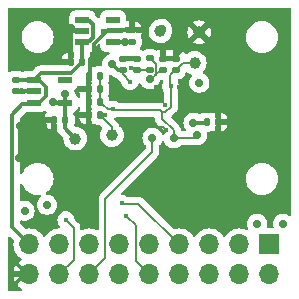
<source format=gbr>
%TF.GenerationSoftware,KiCad,Pcbnew,7.0.5*%
%TF.CreationDate,2024-03-10T15:58:08+09:00*%
%TF.ProjectId,camera_exp,63616d65-7261-45f6-9578-702e6b696361,rev?*%
%TF.SameCoordinates,Original*%
%TF.FileFunction,Copper,L4,Bot*%
%TF.FilePolarity,Positive*%
%FSLAX46Y46*%
G04 Gerber Fmt 4.6, Leading zero omitted, Abs format (unit mm)*
G04 Created by KiCad (PCBNEW 7.0.5) date 2024-03-10 15:58:08*
%MOMM*%
%LPD*%
G01*
G04 APERTURE LIST*
G04 Aperture macros list*
%AMRoundRect*
0 Rectangle with rounded corners*
0 $1 Rounding radius*
0 $2 $3 $4 $5 $6 $7 $8 $9 X,Y pos of 4 corners*
0 Add a 4 corners polygon primitive as box body*
4,1,4,$2,$3,$4,$5,$6,$7,$8,$9,$2,$3,0*
0 Add four circle primitives for the rounded corners*
1,1,$1+$1,$2,$3*
1,1,$1+$1,$4,$5*
1,1,$1+$1,$6,$7*
1,1,$1+$1,$8,$9*
0 Add four rect primitives between the rounded corners*
20,1,$1+$1,$2,$3,$4,$5,0*
20,1,$1+$1,$4,$5,$6,$7,0*
20,1,$1+$1,$6,$7,$8,$9,0*
20,1,$1+$1,$8,$9,$2,$3,0*%
G04 Aperture macros list end*
%TA.AperFunction,SMDPad,CuDef*%
%ADD10C,1.000000*%
%TD*%
%TA.AperFunction,ComponentPad*%
%ADD11R,1.700000X1.700000*%
%TD*%
%TA.AperFunction,ComponentPad*%
%ADD12O,1.700000X1.700000*%
%TD*%
%TA.AperFunction,SMDPad,CuDef*%
%ADD13RoundRect,0.140000X0.140000X0.170000X-0.140000X0.170000X-0.140000X-0.170000X0.140000X-0.170000X0*%
%TD*%
%TA.AperFunction,SMDPad,CuDef*%
%ADD14RoundRect,0.135000X-0.185000X0.135000X-0.185000X-0.135000X0.185000X-0.135000X0.185000X0.135000X0*%
%TD*%
%TA.AperFunction,SMDPad,CuDef*%
%ADD15RoundRect,0.140000X-0.170000X0.140000X-0.170000X-0.140000X0.170000X-0.140000X0.170000X0.140000X0*%
%TD*%
%TA.AperFunction,SMDPad,CuDef*%
%ADD16R,1.200000X0.600000*%
%TD*%
%TA.AperFunction,SMDPad,CuDef*%
%ADD17RoundRect,0.140000X-0.140000X-0.170000X0.140000X-0.170000X0.140000X0.170000X-0.140000X0.170000X0*%
%TD*%
%TA.AperFunction,SMDPad,CuDef*%
%ADD18RoundRect,0.140000X0.170000X-0.140000X0.170000X0.140000X-0.170000X0.140000X-0.170000X-0.140000X0*%
%TD*%
%TA.AperFunction,ViaPad*%
%ADD19C,0.450000*%
%TD*%
%TA.AperFunction,ViaPad*%
%ADD20C,0.700000*%
%TD*%
%TA.AperFunction,Conductor*%
%ADD21C,0.200000*%
%TD*%
%TA.AperFunction,Conductor*%
%ADD22C,0.350000*%
%TD*%
%TA.AperFunction,Conductor*%
%ADD23C,0.150000*%
%TD*%
%TA.AperFunction,Conductor*%
%ADD24C,0.300000*%
%TD*%
G04 APERTURE END LIST*
D10*
%TO.P,TP5,1,1*%
%TO.N,/VR*%
X93400000Y-39500000D03*
%TD*%
%TO.P,TP4,1,1*%
%TO.N,+2V8*%
X86200000Y-48600000D03*
%TD*%
%TO.P,TP3,1,1*%
%TO.N,/DVDD*%
X96300000Y-42200000D03*
%TD*%
%TO.P,TP2,1,1*%
%TO.N,+1V8*%
X89300000Y-48300000D03*
%TD*%
%TO.P,TP1,1,1*%
%TO.N,GND*%
X96700000Y-39600000D03*
%TD*%
D11*
%TO.P,J1,1,Pin_1*%
%TO.N,/DVP_0*%
X102620000Y-57560000D03*
D12*
%TO.P,J1,2,Pin_2*%
%TO.N,/DVP_1*%
X102620000Y-60100000D03*
%TO.P,J1,3,Pin_3*%
%TO.N,/DVP_2*%
X100080000Y-57560000D03*
%TO.P,J1,4,Pin_4*%
%TO.N,/DVP_3*%
X100080000Y-60100000D03*
%TO.P,J1,5,Pin_5*%
%TO.N,/DVP_4*%
X97540000Y-57560000D03*
%TO.P,J1,6,Pin_6*%
%TO.N,/DVP_5*%
X97540000Y-60100000D03*
%TO.P,J1,7,Pin_7*%
%TO.N,/DVP_6*%
X95000000Y-57560000D03*
%TO.P,J1,8,Pin_8*%
%TO.N,/DVP_7*%
X95000000Y-60100000D03*
%TO.P,J1,9,Pin_9*%
%TO.N,/DVP_8*%
X92460000Y-57560000D03*
%TO.P,J1,10,Pin_10*%
%TO.N,/DVP_9*%
X92460000Y-60100000D03*
%TO.P,J1,11,Pin_11*%
%TO.N,/VSYNC*%
X89920000Y-57560000D03*
%TO.P,J1,12,Pin_12*%
%TO.N,/HREF*%
X89920000Y-60100000D03*
%TO.P,J1,13,Pin_13*%
%TO.N,/PCLK*%
X87380000Y-57560000D03*
%TO.P,J1,14,Pin_14*%
%TO.N,/EXCLK*%
X87380000Y-60100000D03*
%TO.P,J1,15,Pin_15*%
%TO.N,/SDA*%
X84840000Y-57560000D03*
%TO.P,J1,16,Pin_16*%
%TO.N,/SCL*%
X84840000Y-60100000D03*
%TO.P,J1,17,Pin_17*%
%TO.N,+3V3*%
X82300000Y-57560000D03*
%TO.P,J1,18,Pin_18*%
%TO.N,GND*%
X82300000Y-60100000D03*
%TD*%
D13*
%TO.P,C11,1*%
%TO.N,/DVDD*%
X88280000Y-43300000D03*
%TO.P,C11,2*%
%TO.N,GND*%
X87320000Y-43300000D03*
%TD*%
D14*
%TO.P,R1,1*%
%TO.N,+2V8*%
X92500000Y-41800000D03*
%TO.P,R1,2*%
%TO.N,/RSTB*%
X92500000Y-42820000D03*
%TD*%
D15*
%TO.P,C22,1*%
%TO.N,+3V3*%
X81200000Y-43620000D03*
%TO.P,C22,2*%
%TO.N,GND*%
X81200000Y-44580000D03*
%TD*%
D13*
%TO.P,C20,1*%
%TO.N,+3V3*%
X86780000Y-42100000D03*
%TO.P,C20,2*%
%TO.N,GND*%
X85820000Y-42100000D03*
%TD*%
D16*
%TO.P,IC1,1,VIN*%
%TO.N,+3V3*%
X82700000Y-45550000D03*
%TO.P,IC1,2,VSS*%
%TO.N,GND*%
X82700000Y-44600000D03*
%TO.P,IC1,3,CE*%
%TO.N,+3V3*%
X82700000Y-43650000D03*
%TO.P,IC1,4,NC*%
%TO.N,unconnected-(IC1-NC-Pad4)*%
X85300000Y-43650000D03*
%TO.P,IC1,5,VOUT*%
%TO.N,+2V8*%
X85300000Y-45550000D03*
%TD*%
D13*
%TO.P,C21,1*%
%TO.N,+2V8*%
X85360000Y-47000000D03*
%TO.P,C21,2*%
%TO.N,GND*%
X84400000Y-47000000D03*
%TD*%
D16*
%TO.P,IC2,1,VIN*%
%TO.N,+3V3*%
X86800000Y-40450000D03*
%TO.P,IC2,2,VSS*%
%TO.N,GND*%
X86800000Y-39500000D03*
%TO.P,IC2,3,CE*%
%TO.N,+3V3*%
X86800000Y-38550000D03*
%TO.P,IC2,4,NC*%
%TO.N,unconnected-(IC2-NC-Pad4)*%
X89400000Y-38550000D03*
%TO.P,IC2,5,VOUT*%
%TO.N,+1V8*%
X89400000Y-40450000D03*
%TD*%
D17*
%TO.P,C15,1*%
%TO.N,+2V8*%
X97320000Y-47200000D03*
%TO.P,C15,2*%
%TO.N,GND*%
X98280000Y-47200000D03*
%TD*%
D18*
%TO.P,C10,1*%
%TO.N,/DVDD*%
X94700000Y-42780000D03*
%TO.P,C10,2*%
%TO.N,GND*%
X94700000Y-41820000D03*
%TD*%
D13*
%TO.P,C9,2*%
%TO.N,GND*%
X87320000Y-45500000D03*
%TO.P,C9,1*%
%TO.N,/DVDD*%
X88280000Y-45500000D03*
%TD*%
D18*
%TO.P,C4,2*%
%TO.N,GND*%
X91400000Y-41840000D03*
%TO.P,C4,1*%
%TO.N,/RSTB*%
X91400000Y-42800000D03*
%TD*%
%TO.P,C17,1*%
%TO.N,+2V8*%
X90200000Y-42780000D03*
%TO.P,C17,2*%
%TO.N,GND*%
X90200000Y-41820000D03*
%TD*%
D13*
%TO.P,C6,1*%
%TO.N,+1V8*%
X88280000Y-46600000D03*
%TO.P,C6,2*%
%TO.N,GND*%
X87320000Y-46600000D03*
%TD*%
D18*
%TO.P,C23,2*%
%TO.N,GND*%
X91000000Y-39420000D03*
%TO.P,C23,1*%
%TO.N,+1V8*%
X91000000Y-40380000D03*
%TD*%
D13*
%TO.P,C12,1*%
%TO.N,/DVDD*%
X88280000Y-44400000D03*
%TO.P,C12,2*%
%TO.N,GND*%
X87320000Y-44400000D03*
%TD*%
D18*
%TO.P,C16,1*%
%TO.N,+2V8*%
X93650000Y-42780000D03*
%TO.P,C16,2*%
%TO.N,GND*%
X93650000Y-41820000D03*
%TD*%
D19*
%TO.N,GND*%
X87310000Y-46590000D03*
%TO.N,/SCL*%
X85410000Y-55480000D03*
%TO.N,/DVP_9*%
X90520000Y-55170000D03*
%TO.N,/DVP_6*%
X90170000Y-54090000D03*
%TO.N,+2V8*%
X90830000Y-43780000D03*
%TO.N,+1V8*%
X88700000Y-46590000D03*
%TO.N,/DVDD*%
X89370000Y-46110000D03*
%TO.N,GND*%
X91150000Y-48360000D03*
X93910000Y-47910000D03*
X93050000Y-44190000D03*
X95000000Y-44230000D03*
%TO.N,/DVDD*%
X94270000Y-44170000D03*
%TO.N,GND*%
X93750000Y-45720000D03*
%TO.N,/RSTB*%
X90921578Y-42602637D03*
D20*
%TO.N,/VR*%
X93500000Y-39300000D03*
%TO.N,+2V8*%
X103800000Y-55800000D03*
X101600000Y-55800000D03*
X81900000Y-54700000D03*
X83800000Y-54200000D03*
%TO.N,GND*%
X87800000Y-41500000D03*
X83500000Y-47500000D03*
X84201728Y-50798272D03*
X81434500Y-50200000D03*
X81500000Y-47500000D03*
X81000000Y-59000000D03*
X81000000Y-61000000D03*
X91000000Y-53000000D03*
X100080000Y-51490000D03*
X104000000Y-52000000D03*
X100000000Y-45000000D03*
X100000000Y-48000000D03*
X104000000Y-48000000D03*
X104000000Y-45000000D03*
X100000000Y-42000000D03*
X104000000Y-42000000D03*
X104000000Y-38000000D03*
X100000000Y-38000000D03*
X97000000Y-38000000D03*
X91000000Y-38000000D03*
X85000000Y-38000000D03*
X81000000Y-38000000D03*
X81000000Y-42000000D03*
%TO.N,+2V8*%
X89300000Y-42300000D03*
X96200000Y-47250000D03*
X84300000Y-45500000D03*
X85300000Y-44800000D03*
%TO.N,+1V8*%
X90400000Y-40450000D03*
X96700000Y-43870000D03*
%TO.N,GND*%
X85800000Y-39200000D03*
%TO.N,+2V8*%
X92511128Y-43570628D03*
%TO.N,/DVDD*%
X96500000Y-48330000D03*
X94520000Y-48570000D03*
%TO.N,/EXCLK*%
X92728200Y-48521800D03*
%TD*%
D21*
%TO.N,/DVDD*%
X93830000Y-46370000D02*
X93550000Y-46370000D01*
X94270000Y-45930000D02*
X93830000Y-46370000D01*
X94270000Y-44170000D02*
X94270000Y-45930000D01*
X89500000Y-46200000D02*
X89400000Y-46100000D01*
X93380000Y-46200000D02*
X89500000Y-46200000D01*
X89400000Y-46100000D02*
X89380000Y-46100000D01*
X89380000Y-46100000D02*
X89370000Y-46110000D01*
X93550000Y-46370000D02*
X93380000Y-46200000D01*
X93550000Y-46913603D02*
X93550000Y-46370000D01*
D22*
%TO.N,GND*%
X87310000Y-46590000D02*
X87320000Y-46600000D01*
D21*
%TO.N,/DVDD*%
X88100000Y-45410000D02*
X88280000Y-45400000D01*
D23*
%TO.N,/DVP_9*%
X91300000Y-55950000D02*
X91300000Y-58940000D01*
X91300000Y-58940000D02*
X92460000Y-60100000D01*
X90520000Y-55170000D02*
X91300000Y-55950000D01*
%TO.N,/DVP_6*%
X90180000Y-54100000D02*
X91540000Y-54100000D01*
X90170000Y-54090000D02*
X90180000Y-54100000D01*
X90160000Y-54100000D02*
X90170000Y-54090000D01*
D21*
%TO.N,+2V8*%
X90820000Y-43780000D02*
X90200000Y-43160000D01*
X90830000Y-43780000D02*
X90820000Y-43780000D01*
X90830000Y-43790000D02*
X90830000Y-43780000D01*
%TO.N,/DVDD*%
X89360000Y-46100000D02*
X88980000Y-46100000D01*
X89370000Y-46110000D02*
X89360000Y-46100000D01*
%TO.N,+1V8*%
X88700000Y-46600000D02*
X88280000Y-46600000D01*
%TO.N,/RSTB*%
X92500000Y-42820000D02*
X91420000Y-42820000D01*
X91420000Y-42820000D02*
X91400000Y-42800000D01*
X90921578Y-42602637D02*
X91202637Y-42602637D01*
X91202637Y-42602637D02*
X91400000Y-42800000D01*
%TO.N,+2V8*%
X90200000Y-43160000D02*
X90200000Y-42780000D01*
X90840000Y-43800000D02*
X90830000Y-43790000D01*
%TO.N,GND*%
X93700000Y-48100000D02*
X93600000Y-48100000D01*
X93900000Y-47900000D02*
X93700000Y-48100000D01*
X91900000Y-47600000D02*
X91150000Y-48350000D01*
X93900000Y-47900000D02*
X93600000Y-47600000D01*
X93600000Y-47600000D02*
X91900000Y-47600000D01*
D22*
X81434500Y-50200000D02*
X81475000Y-50159500D01*
X81475000Y-47525000D02*
X81500000Y-47500000D01*
X81475000Y-50159500D02*
X81475000Y-47525000D01*
D21*
%TO.N,+1V8*%
X89300000Y-48300000D02*
X89300000Y-47620000D01*
X89300000Y-47620000D02*
X88280000Y-46600000D01*
D22*
%TO.N,GND*%
X94700000Y-41600000D02*
X96700000Y-39600000D01*
X94700000Y-41820000D02*
X94700000Y-41600000D01*
X93650000Y-41820000D02*
X94700000Y-41820000D01*
X90220000Y-41840000D02*
X90200000Y-41820000D01*
X91400000Y-41840000D02*
X90220000Y-41840000D01*
X85820000Y-39530000D02*
X85850000Y-39500000D01*
X85820000Y-42100000D02*
X85820000Y-39530000D01*
X85850000Y-39500000D02*
X86800000Y-39500000D01*
X87400000Y-43620000D02*
X87400000Y-41900000D01*
X87320000Y-43700000D02*
X87400000Y-43620000D01*
X87400000Y-41900000D02*
X87800000Y-41500000D01*
X88980000Y-39420000D02*
X91000000Y-39420000D01*
X87800000Y-40600000D02*
X88980000Y-39420000D01*
X87800000Y-41300000D02*
X87800000Y-40600000D01*
X87800000Y-41300000D02*
X87800000Y-41500000D01*
X87320000Y-43700000D02*
X87310000Y-46590000D01*
X87320000Y-43300000D02*
X87320000Y-43700000D01*
X81220000Y-44600000D02*
X81200000Y-44580000D01*
X82700000Y-44600000D02*
X81220000Y-44600000D01*
X81900000Y-60100000D02*
X81000000Y-61000000D01*
X82300000Y-60100000D02*
X81900000Y-60100000D01*
X82300000Y-60100000D02*
X82100000Y-60100000D01*
X82100000Y-60100000D02*
X81000000Y-59000000D01*
%TO.N,+3V3*%
X82570000Y-45680000D02*
X82700000Y-45550000D01*
X81700000Y-45680000D02*
X82570000Y-45680000D01*
X80810000Y-46570000D02*
X81700000Y-45680000D01*
X80810000Y-56070000D02*
X80810000Y-46570000D01*
X82300000Y-57560000D02*
X80810000Y-56070000D01*
D23*
%TO.N,/EXCLK*%
X88750000Y-53700000D02*
X88750000Y-58730000D01*
X92728200Y-49721800D02*
X88750000Y-53700000D01*
X92728200Y-48521800D02*
X92728200Y-49721800D01*
X88750000Y-58730000D02*
X87380000Y-60100000D01*
D24*
%TO.N,+3V3*%
X83150000Y-45550000D02*
X82700000Y-45550000D01*
X83150000Y-43650000D02*
X83700000Y-44200000D01*
X83700000Y-45000000D02*
X83150000Y-45550000D01*
X82700000Y-43650000D02*
X83150000Y-43650000D01*
X83700000Y-44200000D02*
X83700000Y-45000000D01*
D22*
%TO.N,+2V8*%
X89780000Y-42780000D02*
X89300000Y-42300000D01*
X90200000Y-42780000D02*
X89780000Y-42780000D01*
X96200000Y-47250000D02*
X97270000Y-47250000D01*
X97270000Y-47250000D02*
X97320000Y-47200000D01*
X84350000Y-45550000D02*
X84300000Y-45500000D01*
X85300000Y-45550000D02*
X84350000Y-45550000D01*
X85300000Y-45550000D02*
X85300000Y-44800000D01*
%TO.N,+1V8*%
X89400000Y-40450000D02*
X90400000Y-40450000D01*
X90400000Y-40450000D02*
X90930000Y-40450000D01*
X90930000Y-40450000D02*
X91000000Y-40380000D01*
%TO.N,GND*%
X86100000Y-39500000D02*
X85800000Y-39200000D01*
X86800000Y-39500000D02*
X86100000Y-39500000D01*
%TO.N,+3V3*%
X87300000Y-38550000D02*
X86800000Y-38550000D01*
X87675000Y-38925000D02*
X87300000Y-38550000D01*
X87675000Y-40075000D02*
X87675000Y-38925000D01*
X87300000Y-40450000D02*
X87675000Y-40075000D01*
X86800000Y-40450000D02*
X87300000Y-40450000D01*
X86780000Y-40470000D02*
X86800000Y-40450000D01*
X86780000Y-42100000D02*
X86780000Y-40470000D01*
X83275000Y-43075000D02*
X85805000Y-43075000D01*
X85805000Y-43075000D02*
X86780000Y-42100000D01*
X82700000Y-43650000D02*
X83275000Y-43075000D01*
X82700000Y-43650000D02*
X81230000Y-43650000D01*
%TO.N,+2V8*%
X85300000Y-47700000D02*
X86200000Y-48600000D01*
X85300000Y-45550000D02*
X85300000Y-47700000D01*
D21*
%TO.N,/DVDD*%
X95280000Y-42200000D02*
X94700000Y-42780000D01*
X96300000Y-42200000D02*
X95280000Y-42200000D01*
X94250000Y-44250000D02*
X94250000Y-43230000D01*
X94250000Y-43230000D02*
X94700000Y-42780000D01*
%TO.N,+2V8*%
X93420000Y-42780000D02*
X92900000Y-43300000D01*
X92900000Y-43300000D02*
X93020000Y-43180000D01*
X92629372Y-43570628D02*
X92900000Y-43300000D01*
X93650000Y-42780000D02*
X93420000Y-42780000D01*
X93020000Y-43180000D02*
X93020000Y-42320000D01*
X92511128Y-43570628D02*
X92629372Y-43570628D01*
X93020000Y-42320000D02*
X92500000Y-41800000D01*
%TO.N,/DVDD*%
X94520000Y-47883603D02*
X93550000Y-46913603D01*
X94520000Y-48570000D02*
X94520000Y-47883603D01*
X88280000Y-44400000D02*
X88280000Y-43300000D01*
X88280000Y-44200000D02*
X88280000Y-45400000D01*
X88980000Y-46100000D02*
X88100000Y-45410000D01*
X96260000Y-48570000D02*
X96500000Y-48330000D01*
X94520000Y-48570000D02*
X96260000Y-48570000D01*
D23*
%TO.N,/SCL*%
X86050000Y-58890000D02*
X84840000Y-60100000D01*
X86050000Y-56150000D02*
X86050000Y-58890000D01*
X85400000Y-55500000D02*
X86050000Y-56150000D01*
%TO.N,/DVP_6*%
X91540000Y-54100000D02*
X95000000Y-57560000D01*
X90150000Y-54100000D02*
X90160000Y-54100000D01*
%TD*%
%TA.AperFunction,Conductor*%
%TO.N,GND*%
G36*
X80705703Y-56921450D02*
G01*
X80712181Y-56927482D01*
X80944819Y-57160120D01*
X80978304Y-57221443D01*
X80976913Y-57279893D01*
X80964939Y-57324583D01*
X80964936Y-57324596D01*
X80944341Y-57559999D01*
X80944341Y-57560000D01*
X80964936Y-57795403D01*
X80964938Y-57795413D01*
X81026094Y-58023655D01*
X81026096Y-58023659D01*
X81026097Y-58023663D01*
X81030000Y-58032032D01*
X81125965Y-58237830D01*
X81125967Y-58237834D01*
X81234281Y-58392521D01*
X81261504Y-58431400D01*
X81261506Y-58431402D01*
X81428597Y-58598493D01*
X81428603Y-58598498D01*
X81614594Y-58728730D01*
X81658219Y-58783307D01*
X81665413Y-58852805D01*
X81633890Y-58915160D01*
X81614595Y-58931880D01*
X81428922Y-59061890D01*
X81428920Y-59061891D01*
X81261891Y-59228920D01*
X81261886Y-59228926D01*
X81126400Y-59422420D01*
X81126399Y-59422422D01*
X81026570Y-59636507D01*
X81026567Y-59636513D01*
X80969364Y-59849999D01*
X80969364Y-59850000D01*
X81866314Y-59850000D01*
X81840507Y-59890156D01*
X81800000Y-60028111D01*
X81800000Y-60171889D01*
X81840507Y-60309844D01*
X81866314Y-60350000D01*
X80969364Y-60350000D01*
X81026567Y-60563486D01*
X81026570Y-60563492D01*
X81126399Y-60777578D01*
X81261894Y-60971082D01*
X81428917Y-61138105D01*
X81622886Y-61273925D01*
X81666511Y-61328503D01*
X81673703Y-61398001D01*
X81642181Y-61460356D01*
X81581951Y-61495769D01*
X81551762Y-61499500D01*
X80624500Y-61499500D01*
X80557461Y-61479815D01*
X80511706Y-61427011D01*
X80500500Y-61375500D01*
X80500500Y-57015163D01*
X80520185Y-56948124D01*
X80572989Y-56902369D01*
X80642147Y-56892425D01*
X80705703Y-56921450D01*
G37*
%TD.AperFunction*%
%TA.AperFunction,Conductor*%
G36*
X87442539Y-43069685D02*
G01*
X87488294Y-43122489D01*
X87499500Y-43174000D01*
X87499500Y-43534697D01*
X87502356Y-43570991D01*
X87502357Y-43570997D01*
X87547503Y-43726389D01*
X87547505Y-43726393D01*
X87547506Y-43726395D01*
X87552732Y-43735233D01*
X87570000Y-43798352D01*
X87570000Y-43901645D01*
X87552734Y-43964763D01*
X87547507Y-43973600D01*
X87547504Y-43973608D01*
X87502357Y-44129002D01*
X87502356Y-44129008D01*
X87499500Y-44165302D01*
X87499500Y-44634697D01*
X87502356Y-44670991D01*
X87502357Y-44670997D01*
X87547503Y-44826389D01*
X87547505Y-44826393D01*
X87547506Y-44826395D01*
X87552732Y-44835233D01*
X87570000Y-44898352D01*
X87570000Y-45001645D01*
X87552734Y-45064763D01*
X87547507Y-45073600D01*
X87547504Y-45073608D01*
X87502357Y-45229002D01*
X87502356Y-45229008D01*
X87499500Y-45265302D01*
X87499500Y-45385004D01*
X87499324Y-45389676D01*
X87495250Y-45443598D01*
X87496643Y-45450981D01*
X87498783Y-45475248D01*
X87498704Y-45482768D01*
X87499050Y-45485621D01*
X87499500Y-45493079D01*
X87499500Y-45734697D01*
X87502356Y-45770991D01*
X87502357Y-45770997D01*
X87547503Y-45926389D01*
X87547505Y-45926393D01*
X87547506Y-45926395D01*
X87552732Y-45935233D01*
X87570000Y-45998352D01*
X87570000Y-46101645D01*
X87552734Y-46164763D01*
X87547507Y-46173600D01*
X87547504Y-46173608D01*
X87502357Y-46329002D01*
X87502356Y-46329008D01*
X87499500Y-46365302D01*
X87499500Y-46834697D01*
X87502356Y-46870991D01*
X87502357Y-46870997D01*
X87547503Y-47026389D01*
X87547505Y-47026393D01*
X87547506Y-47026395D01*
X87552732Y-47035233D01*
X87570000Y-47098352D01*
X87570000Y-47404503D01*
X87716194Y-47362032D01*
X87736384Y-47350091D01*
X87804108Y-47332906D01*
X87862629Y-47350089D01*
X87883605Y-47362494D01*
X87905761Y-47368931D01*
X88039002Y-47407642D01*
X88039005Y-47407642D01*
X88039007Y-47407643D01*
X88075310Y-47410500D01*
X88189903Y-47410500D01*
X88256942Y-47430185D01*
X88277584Y-47446819D01*
X88436727Y-47605962D01*
X88470212Y-47667285D01*
X88465228Y-47736977D01*
X88458405Y-47752096D01*
X88382972Y-47893223D01*
X88371186Y-47915273D01*
X88354743Y-47969478D01*
X88313975Y-48103870D01*
X88294659Y-48300000D01*
X88313975Y-48496129D01*
X88371188Y-48684733D01*
X88464086Y-48858532D01*
X88464090Y-48858539D01*
X88589116Y-49010883D01*
X88741460Y-49135909D01*
X88741467Y-49135913D01*
X88915266Y-49228811D01*
X88915269Y-49228811D01*
X88915273Y-49228814D01*
X89103868Y-49286024D01*
X89300000Y-49305341D01*
X89496132Y-49286024D01*
X89684727Y-49228814D01*
X89728302Y-49205523D01*
X89816215Y-49158532D01*
X89858538Y-49135910D01*
X90010883Y-49010883D01*
X90135910Y-48858538D01*
X90195099Y-48747803D01*
X90228811Y-48684733D01*
X90228811Y-48684732D01*
X90228814Y-48684727D01*
X90286024Y-48496132D01*
X90305341Y-48300000D01*
X90286024Y-48103868D01*
X90228814Y-47915273D01*
X90228811Y-47915269D01*
X90228811Y-47915266D01*
X90135913Y-47741467D01*
X90135909Y-47741460D01*
X90010883Y-47589116D01*
X89923238Y-47517188D01*
X89887342Y-47468787D01*
X89881764Y-47455321D01*
X89824536Y-47317159D01*
X89794428Y-47277921D01*
X89728282Y-47191718D01*
X89700005Y-47170020D01*
X89693904Y-47164669D01*
X89541416Y-47012181D01*
X89507931Y-46950858D01*
X89512915Y-46881166D01*
X89554787Y-46825233D01*
X89620251Y-46800816D01*
X89629097Y-46800500D01*
X92820683Y-46800500D01*
X92887722Y-46820185D01*
X92933477Y-46872989D01*
X92943622Y-46908315D01*
X92949500Y-46952964D01*
X92964955Y-47070363D01*
X92964956Y-47070365D01*
X93005210Y-47167548D01*
X93025464Y-47216444D01*
X93121718Y-47341885D01*
X93149995Y-47363583D01*
X93156085Y-47368923D01*
X93464884Y-47677722D01*
X93770508Y-47983346D01*
X93803993Y-48044669D01*
X93799009Y-48114361D01*
X93790217Y-48133020D01*
X93754974Y-48194064D01*
X93741299Y-48217750D01*
X93690731Y-48265965D01*
X93622124Y-48279187D01*
X93557260Y-48253219D01*
X93516732Y-48196305D01*
X93515998Y-48194119D01*
X93509450Y-48173965D01*
X93420059Y-48019135D01*
X93365571Y-47958620D01*
X93300435Y-47886278D01*
X93300432Y-47886276D01*
X93300431Y-47886275D01*
X93300430Y-47886274D01*
X93155793Y-47781188D01*
X92992467Y-47708471D01*
X92992465Y-47708470D01*
X92847804Y-47677722D01*
X92817591Y-47671300D01*
X92638809Y-47671300D01*
X92608596Y-47677722D01*
X92463933Y-47708470D01*
X92463928Y-47708472D01*
X92300608Y-47781187D01*
X92155968Y-47886275D01*
X92036340Y-48019136D01*
X91946950Y-48173964D01*
X91946947Y-48173970D01*
X91891704Y-48343992D01*
X91891703Y-48343994D01*
X91873015Y-48521800D01*
X91891703Y-48699605D01*
X91891704Y-48699607D01*
X91946947Y-48869629D01*
X91946950Y-48869635D01*
X92036338Y-49024461D01*
X92036339Y-49024462D01*
X92036341Y-49024465D01*
X92120851Y-49118322D01*
X92151080Y-49181312D01*
X92152700Y-49201293D01*
X92152700Y-49432057D01*
X92133015Y-49499096D01*
X92116381Y-49519738D01*
X88372608Y-53263510D01*
X88366507Y-53268861D01*
X88339550Y-53289548D01*
X88315133Y-53321367D01*
X88315132Y-53321366D01*
X88265024Y-53386671D01*
X88247300Y-53409768D01*
X88189313Y-53549763D01*
X88189313Y-53549764D01*
X88173968Y-53666315D01*
X88173969Y-53666316D01*
X88173711Y-53668278D01*
X88169535Y-53700000D01*
X88172511Y-53722609D01*
X88173969Y-53733678D01*
X88174500Y-53741780D01*
X88174500Y-56245728D01*
X88154815Y-56312767D01*
X88102011Y-56358522D01*
X88032853Y-56368466D01*
X87998095Y-56358110D01*
X87964499Y-56342444D01*
X87843663Y-56286097D01*
X87843659Y-56286096D01*
X87843655Y-56286094D01*
X87615413Y-56224938D01*
X87615403Y-56224936D01*
X87380001Y-56204341D01*
X87379999Y-56204341D01*
X87144596Y-56224936D01*
X87144586Y-56224938D01*
X86916344Y-56286094D01*
X86916337Y-56286096D01*
X86916337Y-56286097D01*
X86859144Y-56312767D01*
X86801905Y-56339458D01*
X86732827Y-56349950D01*
X86669043Y-56321430D01*
X86630804Y-56262954D01*
X86625500Y-56227076D01*
X86625500Y-56191786D01*
X86626031Y-56183685D01*
X86626297Y-56181669D01*
X86630466Y-56150000D01*
X86610687Y-55999765D01*
X86552699Y-55859767D01*
X86483612Y-55769732D01*
X86483611Y-55769731D01*
X86481141Y-55766512D01*
X86481141Y-55766513D01*
X86460451Y-55739549D01*
X86460449Y-55739547D01*
X86460448Y-55739546D01*
X86445619Y-55728167D01*
X86433490Y-55718861D01*
X86427400Y-55713520D01*
X86163941Y-55450061D01*
X86130456Y-55388738D01*
X86128404Y-55376279D01*
X86121786Y-55317539D01*
X86121785Y-55317536D01*
X86121784Y-55317531D01*
X86067790Y-55163227D01*
X86067789Y-55163225D01*
X85980808Y-55024796D01*
X85865204Y-54909192D01*
X85794488Y-54864758D01*
X85726774Y-54822210D01*
X85580837Y-54771145D01*
X85572461Y-54768214D01*
X85572460Y-54768213D01*
X85572455Y-54768212D01*
X85410004Y-54749909D01*
X85409996Y-54749909D01*
X85247544Y-54768212D01*
X85093225Y-54822210D01*
X84954795Y-54909192D01*
X84839192Y-55024795D01*
X84752210Y-55163225D01*
X84698212Y-55317544D01*
X84679909Y-55479996D01*
X84679909Y-55480003D01*
X84698212Y-55642455D01*
X84752210Y-55796774D01*
X84839192Y-55935204D01*
X84898709Y-55994721D01*
X84932194Y-56056044D01*
X84927210Y-56125736D01*
X84885338Y-56181669D01*
X84821836Y-56205930D01*
X84604596Y-56224936D01*
X84604586Y-56224938D01*
X84376344Y-56286094D01*
X84376335Y-56286098D01*
X84162171Y-56385964D01*
X84162169Y-56385965D01*
X83968597Y-56521505D01*
X83801505Y-56688597D01*
X83671575Y-56874158D01*
X83616998Y-56917783D01*
X83547500Y-56924977D01*
X83485145Y-56893454D01*
X83468425Y-56874158D01*
X83338494Y-56688597D01*
X83171402Y-56521506D01*
X83171395Y-56521501D01*
X82977834Y-56385967D01*
X82977830Y-56385965D01*
X82928978Y-56363185D01*
X82763663Y-56286097D01*
X82763659Y-56286096D01*
X82763655Y-56286094D01*
X82535413Y-56224938D01*
X82535403Y-56224936D01*
X82300001Y-56204341D01*
X82299999Y-56204341D01*
X82064596Y-56224936D01*
X82064583Y-56224939D01*
X82019893Y-56236913D01*
X81950043Y-56235249D01*
X81900120Y-56204819D01*
X81521819Y-55826517D01*
X81488334Y-55765194D01*
X81485500Y-55738836D01*
X81485500Y-55634523D01*
X81505185Y-55567484D01*
X81557989Y-55521729D01*
X81627147Y-55511785D01*
X81635281Y-55513233D01*
X81675252Y-55521729D01*
X81810609Y-55550500D01*
X81810610Y-55550500D01*
X81989389Y-55550500D01*
X81989391Y-55550500D01*
X82164267Y-55513329D01*
X82327593Y-55440612D01*
X82472230Y-55335526D01*
X82474996Y-55332455D01*
X82498148Y-55306741D01*
X82591859Y-55202665D01*
X82681250Y-55047835D01*
X82736497Y-54877803D01*
X82755185Y-54700000D01*
X82736497Y-54522197D01*
X82689581Y-54377805D01*
X82681252Y-54352170D01*
X82681249Y-54352164D01*
X82591859Y-54197335D01*
X82545003Y-54145296D01*
X82472235Y-54064478D01*
X82472232Y-54064476D01*
X82472231Y-54064475D01*
X82472230Y-54064474D01*
X82327593Y-53959388D01*
X82164267Y-53886671D01*
X82164265Y-53886670D01*
X82001952Y-53852170D01*
X81989391Y-53849500D01*
X81810609Y-53849500D01*
X81810607Y-53849500D01*
X81635280Y-53886766D01*
X81565613Y-53881450D01*
X81509880Y-53839312D01*
X81485775Y-53773732D01*
X81485500Y-53765476D01*
X81485500Y-52505867D01*
X81505185Y-52438828D01*
X81557989Y-52393073D01*
X81627147Y-52383129D01*
X81690703Y-52412154D01*
X81723035Y-52459116D01*
X81723809Y-52458756D01*
X81725955Y-52463358D01*
X81726021Y-52463454D01*
X81726096Y-52463661D01*
X81825964Y-52677828D01*
X81825965Y-52677830D01*
X81961505Y-52871402D01*
X82128597Y-53038494D01*
X82322169Y-53174034D01*
X82322171Y-53174035D01*
X82536337Y-53273903D01*
X82764592Y-53335063D01*
X82941032Y-53350499D01*
X82941033Y-53350500D01*
X82941034Y-53350500D01*
X83058966Y-53350500D01*
X83140282Y-53343385D01*
X83208780Y-53357151D01*
X83258964Y-53405766D01*
X83274898Y-53473794D01*
X83251523Y-53539638D01*
X83231876Y-53559323D01*
X83232599Y-53560126D01*
X83227770Y-53564473D01*
X83108140Y-53697336D01*
X83018750Y-53852164D01*
X83018747Y-53852170D01*
X82963504Y-54022192D01*
X82963503Y-54022194D01*
X82944815Y-54200000D01*
X82963503Y-54377805D01*
X82963504Y-54377807D01*
X83018747Y-54547829D01*
X83018750Y-54547835D01*
X83108141Y-54702665D01*
X83119064Y-54714796D01*
X83227764Y-54835521D01*
X83227767Y-54835523D01*
X83227770Y-54835526D01*
X83372407Y-54940612D01*
X83535733Y-55013329D01*
X83710609Y-55050500D01*
X83710610Y-55050500D01*
X83889389Y-55050500D01*
X83889391Y-55050500D01*
X84064267Y-55013329D01*
X84227593Y-54940612D01*
X84372230Y-54835526D01*
X84375075Y-54832367D01*
X84398148Y-54806741D01*
X84491859Y-54702665D01*
X84581250Y-54547835D01*
X84636497Y-54377803D01*
X84655185Y-54200000D01*
X84636497Y-54022197D01*
X84592462Y-53886671D01*
X84581252Y-53852170D01*
X84581249Y-53852164D01*
X84573829Y-53839312D01*
X84491859Y-53697335D01*
X84401789Y-53597302D01*
X84372235Y-53564478D01*
X84372232Y-53564476D01*
X84372231Y-53564475D01*
X84372230Y-53564474D01*
X84227593Y-53459388D01*
X84064267Y-53386671D01*
X84064265Y-53386670D01*
X83925386Y-53357151D01*
X83889391Y-53349500D01*
X83820517Y-53349500D01*
X83753478Y-53329815D01*
X83707723Y-53277011D01*
X83697779Y-53207853D01*
X83726804Y-53144297D01*
X83749394Y-53123925D01*
X83871402Y-53038494D01*
X83871402Y-53038493D01*
X84038495Y-52871401D01*
X84174035Y-52677830D01*
X84273903Y-52463663D01*
X84335063Y-52235408D01*
X84355659Y-52000000D01*
X84335063Y-51764592D01*
X84273903Y-51536337D01*
X84174035Y-51322171D01*
X84174034Y-51322169D01*
X84038494Y-51128597D01*
X83871402Y-50961505D01*
X83677830Y-50825965D01*
X83677828Y-50825964D01*
X83570745Y-50776030D01*
X83463663Y-50726097D01*
X83463659Y-50726096D01*
X83463655Y-50726094D01*
X83235413Y-50664938D01*
X83235403Y-50664936D01*
X83058967Y-50649500D01*
X83058966Y-50649500D01*
X82941034Y-50649500D01*
X82941033Y-50649500D01*
X82764596Y-50664936D01*
X82764586Y-50664938D01*
X82536344Y-50726094D01*
X82536335Y-50726098D01*
X82322171Y-50825964D01*
X82322169Y-50825965D01*
X82128597Y-50961505D01*
X81961506Y-51128597D01*
X81961501Y-51128604D01*
X81825967Y-51322165D01*
X81825965Y-51322169D01*
X81726093Y-51536345D01*
X81726018Y-51536552D01*
X81725960Y-51536630D01*
X81723809Y-51541244D01*
X81722881Y-51540811D01*
X81684587Y-51592813D01*
X81619317Y-51617743D01*
X81550929Y-51603427D01*
X81501138Y-51554411D01*
X81485500Y-51494132D01*
X81485500Y-47250000D01*
X83621210Y-47250000D01*
X83622854Y-47270910D01*
X83667968Y-47426195D01*
X83750278Y-47565374D01*
X83750285Y-47565383D01*
X83864616Y-47679714D01*
X83864625Y-47679721D01*
X84003804Y-47762031D01*
X84150000Y-47804504D01*
X84150000Y-47250000D01*
X83621210Y-47250000D01*
X81485500Y-47250000D01*
X81485500Y-46901162D01*
X81505185Y-46834123D01*
X81521814Y-46813486D01*
X81943482Y-46391818D01*
X82004805Y-46358334D01*
X82031163Y-46355500D01*
X82547722Y-46355500D01*
X82551466Y-46355613D01*
X82611083Y-46359219D01*
X82611083Y-46359218D01*
X82611085Y-46359219D01*
X82647583Y-46352529D01*
X82669936Y-46350499D01*
X83347871Y-46350499D01*
X83347872Y-46350499D01*
X83407483Y-46344091D01*
X83542331Y-46293796D01*
X83567730Y-46274781D01*
X83633194Y-46250364D01*
X83701467Y-46265215D01*
X83750873Y-46314619D01*
X83765726Y-46382892D01*
X83748774Y-46437169D01*
X83667968Y-46573804D01*
X83667966Y-46573809D01*
X83622855Y-46729081D01*
X83622854Y-46729087D01*
X83621209Y-46749999D01*
X83621210Y-46750000D01*
X84455500Y-46750000D01*
X84522539Y-46769685D01*
X84568294Y-46822489D01*
X84579500Y-46874000D01*
X84579500Y-47234697D01*
X84582356Y-47270991D01*
X84582357Y-47270994D01*
X84584893Y-47279721D01*
X84619576Y-47399101D01*
X84624500Y-47433694D01*
X84624500Y-47677722D01*
X84624387Y-47681466D01*
X84620781Y-47741082D01*
X84620781Y-47741085D01*
X84631545Y-47799828D01*
X84632108Y-47803529D01*
X84639311Y-47862845D01*
X84642637Y-47871614D01*
X84648661Y-47893223D01*
X84650350Y-47902440D01*
X84674863Y-47956907D01*
X84676296Y-47960366D01*
X84697481Y-48016224D01*
X84697481Y-48016225D01*
X84702805Y-48023938D01*
X84713824Y-48043476D01*
X84717671Y-48052023D01*
X84717672Y-48052025D01*
X84717673Y-48052026D01*
X84717674Y-48052028D01*
X84738596Y-48078732D01*
X84754515Y-48099051D01*
X84756730Y-48102061D01*
X84790668Y-48151229D01*
X84835392Y-48190851D01*
X84838084Y-48193385D01*
X85036896Y-48392197D01*
X85158340Y-48513641D01*
X85191825Y-48574964D01*
X85193867Y-48593957D01*
X85194062Y-48593938D01*
X85213975Y-48796129D01*
X85213976Y-48796132D01*
X85265361Y-48965526D01*
X85271188Y-48984733D01*
X85364086Y-49158532D01*
X85364090Y-49158539D01*
X85489116Y-49310883D01*
X85641460Y-49435909D01*
X85641467Y-49435913D01*
X85815266Y-49528811D01*
X85815269Y-49528811D01*
X85815273Y-49528814D01*
X86003868Y-49586024D01*
X86200000Y-49605341D01*
X86396132Y-49586024D01*
X86584727Y-49528814D01*
X86640326Y-49499096D01*
X86758532Y-49435913D01*
X86758538Y-49435910D01*
X86910883Y-49310883D01*
X87035910Y-49158538D01*
X87128814Y-48984727D01*
X87186024Y-48796132D01*
X87205341Y-48600000D01*
X87186024Y-48403868D01*
X87128814Y-48215273D01*
X87128811Y-48215269D01*
X87128811Y-48215266D01*
X87035913Y-48041467D01*
X87035909Y-48041460D01*
X86910883Y-47889116D01*
X86758539Y-47764090D01*
X86758532Y-47764086D01*
X86584733Y-47671188D01*
X86584727Y-47671186D01*
X86437052Y-47626389D01*
X86396129Y-47613975D01*
X86196201Y-47594284D01*
X86131413Y-47568123D01*
X86091055Y-47511088D01*
X86087938Y-47441288D01*
X86090420Y-47433916D01*
X86090318Y-47433887D01*
X86137642Y-47270997D01*
X86137642Y-47270995D01*
X86137643Y-47270993D01*
X86140500Y-47234690D01*
X86140500Y-46850000D01*
X86541210Y-46850000D01*
X86542854Y-46870910D01*
X86587968Y-47026195D01*
X86670278Y-47165374D01*
X86670285Y-47165383D01*
X86784616Y-47279714D01*
X86784625Y-47279721D01*
X86923804Y-47362031D01*
X87070000Y-47404504D01*
X87070000Y-46850000D01*
X86541210Y-46850000D01*
X86140500Y-46850000D01*
X86140500Y-46765310D01*
X86137643Y-46729007D01*
X86129694Y-46701645D01*
X86092496Y-46573610D01*
X86092494Y-46573608D01*
X86092494Y-46573605D01*
X86041343Y-46487114D01*
X86024162Y-46419395D01*
X86046322Y-46353132D01*
X86100787Y-46309368D01*
X86104745Y-46307815D01*
X86142326Y-46293798D01*
X86142326Y-46293797D01*
X86142331Y-46293796D01*
X86257546Y-46207546D01*
X86343796Y-46092331D01*
X86345874Y-46086761D01*
X86385491Y-45980541D01*
X86427362Y-45924607D01*
X86492826Y-45900189D01*
X86561099Y-45915040D01*
X86608405Y-45960751D01*
X86623856Y-45986877D01*
X86641039Y-46054601D01*
X86623857Y-46113119D01*
X86587967Y-46173805D01*
X86587966Y-46173809D01*
X86542855Y-46329081D01*
X86542854Y-46329087D01*
X86541209Y-46349999D01*
X86541210Y-46350000D01*
X87070000Y-46350000D01*
X87070000Y-44650000D01*
X86541210Y-44650000D01*
X86542854Y-44670910D01*
X86587968Y-44826195D01*
X86623856Y-44886878D01*
X86641039Y-44954602D01*
X86623856Y-45013120D01*
X86585532Y-45077922D01*
X86534463Y-45125606D01*
X86465721Y-45138109D01*
X86401132Y-45111463D01*
X86362618Y-45058133D01*
X86343798Y-45007673D01*
X86343796Y-45007671D01*
X86343796Y-45007669D01*
X86257546Y-44892454D01*
X86219781Y-44864183D01*
X86200338Y-44849628D01*
X86158468Y-44793694D01*
X86151330Y-44763331D01*
X86136497Y-44622197D01*
X86105368Y-44526395D01*
X86103374Y-44456555D01*
X86139454Y-44396722D01*
X86148978Y-44388819D01*
X86257546Y-44307546D01*
X86343796Y-44192331D01*
X86343797Y-44192326D01*
X86348047Y-44184546D01*
X86350907Y-44186108D01*
X86383204Y-44142933D01*
X86448659Y-44118492D01*
X86516938Y-44133319D01*
X86538339Y-44150000D01*
X87070000Y-44150000D01*
X87070000Y-43174000D01*
X87089685Y-43106961D01*
X87142489Y-43061206D01*
X87194000Y-43050000D01*
X87375500Y-43050000D01*
X87442539Y-43069685D01*
G37*
%TD.AperFunction*%
%TA.AperFunction,Conductor*%
G36*
X104442539Y-37520185D02*
G01*
X104488294Y-37572989D01*
X104499500Y-37624500D01*
X104499500Y-55013576D01*
X104479815Y-55080615D01*
X104427011Y-55126370D01*
X104357853Y-55136314D01*
X104302615Y-55113894D01*
X104227597Y-55059390D01*
X104227593Y-55059388D01*
X104064267Y-54986671D01*
X104064265Y-54986670D01*
X103936594Y-54959533D01*
X103889391Y-54949500D01*
X103710609Y-54949500D01*
X103679954Y-54956015D01*
X103535733Y-54986670D01*
X103535728Y-54986672D01*
X103372408Y-55059387D01*
X103227768Y-55164475D01*
X103108140Y-55297336D01*
X103018750Y-55452164D01*
X103018747Y-55452170D01*
X102963504Y-55622192D01*
X102963503Y-55622194D01*
X102944815Y-55799999D01*
X102963503Y-55977804D01*
X102963504Y-55977807D01*
X102986046Y-56047183D01*
X102988041Y-56117023D01*
X102951961Y-56176856D01*
X102889260Y-56207684D01*
X102868115Y-56209500D01*
X102531885Y-56209500D01*
X102464846Y-56189815D01*
X102419091Y-56137011D01*
X102409147Y-56067853D01*
X102413952Y-56047187D01*
X102436497Y-55977803D01*
X102455185Y-55800000D01*
X102436497Y-55622197D01*
X102401183Y-55513513D01*
X102381252Y-55452170D01*
X102381249Y-55452164D01*
X102377945Y-55446441D01*
X102291859Y-55297335D01*
X102245003Y-55245296D01*
X102172235Y-55164478D01*
X102172232Y-55164476D01*
X102172231Y-55164475D01*
X102172230Y-55164474D01*
X102027593Y-55059388D01*
X101864267Y-54986671D01*
X101864265Y-54986670D01*
X101736594Y-54959533D01*
X101689391Y-54949500D01*
X101510609Y-54949500D01*
X101479954Y-54956015D01*
X101335733Y-54986670D01*
X101335728Y-54986672D01*
X101172408Y-55059387D01*
X101027768Y-55164475D01*
X100908140Y-55297336D01*
X100818750Y-55452164D01*
X100818747Y-55452170D01*
X100763504Y-55622192D01*
X100763503Y-55622194D01*
X100744815Y-55799999D01*
X100763503Y-55977805D01*
X100763504Y-55977807D01*
X100818747Y-56147829D01*
X100818749Y-56147832D01*
X100818750Y-56147835D01*
X100832690Y-56171979D01*
X100849162Y-56239879D01*
X100826309Y-56305906D01*
X100771387Y-56349096D01*
X100701834Y-56355737D01*
X100672897Y-56346360D01*
X100658096Y-56339458D01*
X100543663Y-56286097D01*
X100543659Y-56286096D01*
X100543655Y-56286094D01*
X100315413Y-56224938D01*
X100315403Y-56224936D01*
X100080001Y-56204341D01*
X100079999Y-56204341D01*
X99844596Y-56224936D01*
X99844586Y-56224938D01*
X99616344Y-56286094D01*
X99616335Y-56286098D01*
X99402171Y-56385964D01*
X99402169Y-56385965D01*
X99208597Y-56521505D01*
X99041505Y-56688597D01*
X98911575Y-56874158D01*
X98856998Y-56917783D01*
X98787500Y-56924977D01*
X98725145Y-56893454D01*
X98708425Y-56874158D01*
X98578494Y-56688597D01*
X98411402Y-56521506D01*
X98411395Y-56521501D01*
X98217834Y-56385967D01*
X98217830Y-56385965D01*
X98168978Y-56363185D01*
X98003663Y-56286097D01*
X98003659Y-56286096D01*
X98003655Y-56286094D01*
X97775413Y-56224938D01*
X97775403Y-56224936D01*
X97540001Y-56204341D01*
X97539999Y-56204341D01*
X97304596Y-56224936D01*
X97304586Y-56224938D01*
X97076344Y-56286094D01*
X97076335Y-56286098D01*
X96862171Y-56385964D01*
X96862169Y-56385965D01*
X96668597Y-56521505D01*
X96501505Y-56688597D01*
X96371575Y-56874158D01*
X96316998Y-56917783D01*
X96247500Y-56924977D01*
X96185145Y-56893454D01*
X96168425Y-56874158D01*
X96038494Y-56688597D01*
X95871402Y-56521506D01*
X95871395Y-56521501D01*
X95677834Y-56385967D01*
X95677830Y-56385965D01*
X95628978Y-56363185D01*
X95463663Y-56286097D01*
X95463659Y-56286096D01*
X95463655Y-56286094D01*
X95235413Y-56224938D01*
X95235403Y-56224936D01*
X95000001Y-56204341D01*
X94999999Y-56204341D01*
X94764591Y-56224937D01*
X94608357Y-56266798D01*
X94538507Y-56265135D01*
X94488584Y-56234704D01*
X91976489Y-53722609D01*
X91971136Y-53716506D01*
X91956425Y-53697335D01*
X91950451Y-53689549D01*
X91950449Y-53689547D01*
X91950448Y-53689546D01*
X91922731Y-53668278D01*
X91922705Y-53668258D01*
X91830231Y-53597300D01*
X91806092Y-53587302D01*
X91738544Y-53559323D01*
X91690236Y-53539313D01*
X91623756Y-53530560D01*
X91573695Y-53523970D01*
X91573695Y-53523969D01*
X91544092Y-53520073D01*
X91540000Y-53519535D01*
X91539999Y-53519535D01*
X91539998Y-53519535D01*
X91520965Y-53522040D01*
X91506317Y-53523969D01*
X91498219Y-53524500D01*
X90669376Y-53524500D01*
X90603404Y-53505494D01*
X90486774Y-53432210D01*
X90332455Y-53378212D01*
X90186778Y-53361799D01*
X90122364Y-53334733D01*
X90082808Y-53277138D01*
X90080671Y-53207301D01*
X90112978Y-53150900D01*
X91263878Y-52000000D01*
X100644341Y-52000000D01*
X100664936Y-52235403D01*
X100664938Y-52235413D01*
X100726094Y-52463655D01*
X100726096Y-52463659D01*
X100726097Y-52463663D01*
X100776031Y-52570745D01*
X100825964Y-52677828D01*
X100825965Y-52677830D01*
X100961505Y-52871402D01*
X101128597Y-53038494D01*
X101322169Y-53174034D01*
X101322171Y-53174035D01*
X101536337Y-53273903D01*
X101764592Y-53335063D01*
X101941032Y-53350499D01*
X101941033Y-53350500D01*
X101941034Y-53350500D01*
X102058967Y-53350500D01*
X102058967Y-53350499D01*
X102235408Y-53335063D01*
X102463663Y-53273903D01*
X102677829Y-53174035D01*
X102871401Y-53038495D01*
X103038495Y-52871401D01*
X103174035Y-52677830D01*
X103273903Y-52463663D01*
X103335063Y-52235408D01*
X103355659Y-52000000D01*
X103335063Y-51764592D01*
X103273903Y-51536337D01*
X103174035Y-51322171D01*
X103174034Y-51322169D01*
X103038494Y-51128597D01*
X102871402Y-50961505D01*
X102677830Y-50825965D01*
X102677828Y-50825964D01*
X102570746Y-50776031D01*
X102463663Y-50726097D01*
X102463659Y-50726096D01*
X102463655Y-50726094D01*
X102235413Y-50664938D01*
X102235403Y-50664936D01*
X102058967Y-50649500D01*
X102058966Y-50649500D01*
X101941034Y-50649500D01*
X101941033Y-50649500D01*
X101764596Y-50664936D01*
X101764586Y-50664938D01*
X101536344Y-50726094D01*
X101536335Y-50726098D01*
X101322171Y-50825964D01*
X101322169Y-50825965D01*
X101128597Y-50961505D01*
X100961506Y-51128597D01*
X100961501Y-51128604D01*
X100825967Y-51322165D01*
X100825965Y-51322169D01*
X100726098Y-51536335D01*
X100726094Y-51536344D01*
X100664938Y-51764586D01*
X100664936Y-51764596D01*
X100644341Y-51999999D01*
X100644341Y-52000000D01*
X91263878Y-52000000D01*
X93105598Y-50158280D01*
X93111689Y-50152938D01*
X93138651Y-50132251D01*
X93155594Y-50110170D01*
X93155605Y-50110158D01*
X93190126Y-50065167D01*
X93230898Y-50012033D01*
X93288887Y-49872036D01*
X93288887Y-49872035D01*
X93288887Y-49872028D01*
X93289284Y-49870036D01*
X93289418Y-49868000D01*
X93303700Y-49759520D01*
X93303700Y-49759514D01*
X93308665Y-49721800D01*
X93304230Y-49688116D01*
X93303700Y-49680019D01*
X93303700Y-49201293D01*
X93323385Y-49134254D01*
X93335543Y-49118327D01*
X93420059Y-49024465D01*
X93506902Y-48874047D01*
X93557466Y-48825835D01*
X93626073Y-48812611D01*
X93690938Y-48838579D01*
X93731467Y-48895493D01*
X93732218Y-48897733D01*
X93738746Y-48917826D01*
X93738750Y-48917835D01*
X93828141Y-49072665D01*
X93869249Y-49118320D01*
X93947764Y-49205521D01*
X93947767Y-49205523D01*
X93947770Y-49205526D01*
X94092407Y-49310612D01*
X94255733Y-49383329D01*
X94430609Y-49420500D01*
X94430610Y-49420500D01*
X94609389Y-49420500D01*
X94609391Y-49420500D01*
X94784267Y-49383329D01*
X94947593Y-49310612D01*
X95092230Y-49205526D01*
X95092238Y-49205517D01*
X95095755Y-49202351D01*
X95158747Y-49172121D01*
X95178729Y-49170500D01*
X96216572Y-49170500D01*
X96224670Y-49171030D01*
X96260000Y-49175682D01*
X96317883Y-49168061D01*
X96359847Y-49169709D01*
X96410609Y-49180500D01*
X96410610Y-49180500D01*
X96589389Y-49180500D01*
X96589391Y-49180500D01*
X96764267Y-49143329D01*
X96927593Y-49070612D01*
X97072230Y-48965526D01*
X97191859Y-48832665D01*
X97281250Y-48677835D01*
X97336497Y-48507803D01*
X97355185Y-48330000D01*
X97336497Y-48152197D01*
X97336496Y-48152195D01*
X97335999Y-48147462D01*
X97348568Y-48078732D01*
X97396300Y-48027708D01*
X97459320Y-48010500D01*
X97524682Y-48010500D01*
X97524690Y-48010500D01*
X97560993Y-48007643D01*
X97560995Y-48007642D01*
X97560997Y-48007642D01*
X97601975Y-47995736D01*
X97716395Y-47962494D01*
X97737369Y-47950089D01*
X97805088Y-47932906D01*
X97863613Y-47950090D01*
X97883803Y-47962031D01*
X98030000Y-48004504D01*
X98030000Y-47698352D01*
X98047267Y-47635233D01*
X98052494Y-47626395D01*
X98056103Y-47613975D01*
X98097642Y-47470997D01*
X98097643Y-47470991D01*
X98097649Y-47470912D01*
X98099295Y-47450000D01*
X98530000Y-47450000D01*
X98530000Y-48004503D01*
X98676195Y-47962031D01*
X98815374Y-47879721D01*
X98815383Y-47879714D01*
X98929714Y-47765383D01*
X98929721Y-47765374D01*
X99012031Y-47626195D01*
X99012033Y-47626190D01*
X99057144Y-47470918D01*
X99057145Y-47470912D01*
X99058790Y-47450000D01*
X98530000Y-47450000D01*
X98099295Y-47450000D01*
X98100500Y-47434690D01*
X98100500Y-46965310D01*
X98099295Y-46950000D01*
X98530000Y-46950000D01*
X99058790Y-46950000D01*
X99057145Y-46929089D01*
X99012031Y-46773804D01*
X98929721Y-46634625D01*
X98929714Y-46634616D01*
X98815383Y-46520285D01*
X98815374Y-46520278D01*
X98676193Y-46437967D01*
X98676190Y-46437965D01*
X98530001Y-46395493D01*
X98530000Y-46395494D01*
X98530000Y-46950000D01*
X98099295Y-46950000D01*
X98097643Y-46929007D01*
X98091631Y-46908315D01*
X98052495Y-46773608D01*
X98052492Y-46773600D01*
X98047266Y-46764763D01*
X98030000Y-46701645D01*
X98030000Y-46395494D01*
X98029998Y-46395493D01*
X97883809Y-46437965D01*
X97883806Y-46437967D01*
X97863608Y-46449912D01*
X97795884Y-46467092D01*
X97737370Y-46449910D01*
X97716397Y-46437507D01*
X97716390Y-46437504D01*
X97560997Y-46392357D01*
X97560991Y-46392356D01*
X97524697Y-46389500D01*
X97524690Y-46389500D01*
X97115310Y-46389500D01*
X97115302Y-46389500D01*
X97079008Y-46392356D01*
X97079002Y-46392357D01*
X96923609Y-46437504D01*
X96923606Y-46437505D01*
X96777598Y-46523854D01*
X96776089Y-46521303D01*
X96723949Y-46541737D01*
X96655441Y-46528012D01*
X96640181Y-46518534D01*
X96627594Y-46509389D01*
X96627593Y-46509388D01*
X96464267Y-46436671D01*
X96464265Y-46436670D01*
X96336594Y-46409533D01*
X96289391Y-46399500D01*
X96110609Y-46399500D01*
X96079954Y-46406015D01*
X95935733Y-46436670D01*
X95935728Y-46436672D01*
X95772408Y-46509387D01*
X95627768Y-46614475D01*
X95508140Y-46747336D01*
X95418750Y-46902164D01*
X95418747Y-46902170D01*
X95363504Y-47072192D01*
X95363503Y-47072194D01*
X95353677Y-47165687D01*
X95344815Y-47250000D01*
X95351044Y-47309267D01*
X95363503Y-47427805D01*
X95363504Y-47427807D01*
X95418747Y-47597829D01*
X95418750Y-47597835D01*
X95508141Y-47752665D01*
X95516574Y-47762031D01*
X95517021Y-47762527D01*
X95547251Y-47825518D01*
X95538627Y-47894854D01*
X95493886Y-47948519D01*
X95427234Y-47969478D01*
X95424872Y-47969500D01*
X95245736Y-47969500D01*
X95178697Y-47949815D01*
X95132942Y-47897011D01*
X95122797Y-47861686D01*
X95112199Y-47781189D01*
X95105044Y-47726841D01*
X95074789Y-47653801D01*
X95044538Y-47580766D01*
X95044535Y-47580761D01*
X94981527Y-47498647D01*
X94973803Y-47488581D01*
X94948282Y-47455321D01*
X94920005Y-47433623D01*
X94913904Y-47428272D01*
X94355114Y-46869482D01*
X94321629Y-46808159D01*
X94326613Y-46738467D01*
X94355114Y-46694120D01*
X94507497Y-46541737D01*
X94663914Y-46385319D01*
X94669999Y-46379983D01*
X94698282Y-46358282D01*
X94794536Y-46232841D01*
X94855044Y-46086762D01*
X94866093Y-46002839D01*
X94872064Y-45957483D01*
X94875682Y-45930001D01*
X94875682Y-45929999D01*
X94871031Y-45894673D01*
X94870500Y-45886571D01*
X94870500Y-44613673D01*
X94889506Y-44547701D01*
X94927789Y-44486775D01*
X94981786Y-44332461D01*
X94981786Y-44332459D01*
X94981787Y-44332457D01*
X95000091Y-44170003D01*
X95000091Y-44169996D01*
X94981787Y-44007544D01*
X94981786Y-44007542D01*
X94981786Y-44007539D01*
X94933659Y-43870000D01*
X94927789Y-43853224D01*
X94869506Y-43760467D01*
X94850500Y-43694495D01*
X94850500Y-43681750D01*
X94870185Y-43614711D01*
X94922989Y-43568956D01*
X94964779Y-43558132D01*
X94970993Y-43557643D01*
X94970996Y-43557642D01*
X94970997Y-43557642D01*
X95011975Y-43545736D01*
X95126395Y-43512494D01*
X95265687Y-43430117D01*
X95380117Y-43315687D01*
X95462494Y-43176395D01*
X95489247Y-43084313D01*
X95496719Y-43058594D01*
X95534325Y-42999708D01*
X95597798Y-42970502D01*
X95666984Y-42980248D01*
X95694461Y-42997337D01*
X95741459Y-43035908D01*
X95741467Y-43035913D01*
X95915266Y-43128811D01*
X95915269Y-43128811D01*
X95915273Y-43128814D01*
X95970201Y-43145476D01*
X96028637Y-43183773D01*
X96057094Y-43247585D01*
X96046533Y-43316652D01*
X96026354Y-43347107D01*
X96008140Y-43367336D01*
X95918750Y-43522164D01*
X95918747Y-43522170D01*
X95863504Y-43692192D01*
X95863503Y-43692194D01*
X95844815Y-43869999D01*
X95863503Y-44047805D01*
X95863504Y-44047807D01*
X95918747Y-44217829D01*
X95918750Y-44217835D01*
X96008141Y-44372665D01*
X96033203Y-44400499D01*
X96127764Y-44505521D01*
X96127767Y-44505523D01*
X96127770Y-44505526D01*
X96272407Y-44610612D01*
X96435733Y-44683329D01*
X96610609Y-44720500D01*
X96610610Y-44720500D01*
X96789389Y-44720500D01*
X96789391Y-44720500D01*
X96964267Y-44683329D01*
X97127593Y-44610612D01*
X97272230Y-44505526D01*
X97391859Y-44372665D01*
X97481250Y-44217835D01*
X97536497Y-44047803D01*
X97555185Y-43870000D01*
X97536497Y-43692197D01*
X97502733Y-43588282D01*
X97481252Y-43522170D01*
X97481249Y-43522164D01*
X97461264Y-43487549D01*
X97391859Y-43367335D01*
X97344883Y-43315163D01*
X97272235Y-43234478D01*
X97272232Y-43234476D01*
X97272231Y-43234475D01*
X97272230Y-43234474D01*
X97127593Y-43129388D01*
X97127592Y-43129387D01*
X97059414Y-43099032D01*
X97006177Y-43053781D01*
X96985856Y-42986932D01*
X97004902Y-42919709D01*
X97013997Y-42907088D01*
X97014723Y-42906204D01*
X97135910Y-42758538D01*
X97213648Y-42613100D01*
X97228811Y-42584733D01*
X97228811Y-42584732D01*
X97228814Y-42584727D01*
X97286024Y-42396132D01*
X97305341Y-42200000D01*
X97286024Y-42003868D01*
X97228814Y-41815273D01*
X97228811Y-41815269D01*
X97228811Y-41815266D01*
X97135913Y-41641467D01*
X97135909Y-41641460D01*
X97010883Y-41489116D01*
X96858539Y-41364090D01*
X96858532Y-41364086D01*
X96684733Y-41271188D01*
X96684727Y-41271186D01*
X96496132Y-41213976D01*
X96496129Y-41213975D01*
X96300000Y-41194659D01*
X96103870Y-41213975D01*
X95915266Y-41271188D01*
X95741467Y-41364086D01*
X95741461Y-41364090D01*
X95641345Y-41446253D01*
X95577035Y-41473565D01*
X95508168Y-41461774D01*
X95456608Y-41414621D01*
X95455949Y-41413520D01*
X95379721Y-41284625D01*
X95379714Y-41284616D01*
X95265383Y-41170285D01*
X95265374Y-41170278D01*
X95126195Y-41087968D01*
X95126190Y-41087966D01*
X94970918Y-41042855D01*
X94970912Y-41042854D01*
X94950000Y-41041209D01*
X94950000Y-41635153D01*
X94930315Y-41702192D01*
X94901487Y-41733528D01*
X94851718Y-41771717D01*
X94851717Y-41771718D01*
X94830019Y-41799994D01*
X94824668Y-41806095D01*
X94795303Y-41835461D01*
X94667582Y-41963182D01*
X94606262Y-41996666D01*
X94579903Y-41999500D01*
X94465302Y-41999500D01*
X94429008Y-42002356D01*
X94429002Y-42002357D01*
X94273608Y-42047504D01*
X94273600Y-42047507D01*
X94264767Y-42052732D01*
X94201646Y-42070000D01*
X94148354Y-42070000D01*
X94085233Y-42052732D01*
X94076399Y-42047507D01*
X94076391Y-42047504D01*
X93920997Y-42002357D01*
X93920991Y-42002356D01*
X93884697Y-41999500D01*
X93884690Y-41999500D01*
X93592136Y-41999500D01*
X93525097Y-41979815D01*
X93493760Y-41950986D01*
X93472451Y-41923216D01*
X93472450Y-41923215D01*
X93448282Y-41891718D01*
X93448281Y-41891717D01*
X93448278Y-41891713D01*
X93442536Y-41885971D01*
X93443489Y-41885017D01*
X93407309Y-41835461D01*
X93400000Y-41793519D01*
X93400000Y-41041210D01*
X93899999Y-41041210D01*
X93900000Y-41570000D01*
X94450000Y-41570000D01*
X94450000Y-41041210D01*
X94449999Y-41041209D01*
X94429087Y-41042854D01*
X94429081Y-41042855D01*
X94273809Y-41087966D01*
X94273806Y-41087967D01*
X94238120Y-41109072D01*
X94170396Y-41126253D01*
X94111880Y-41109072D01*
X94076193Y-41087967D01*
X94076190Y-41087966D01*
X93920918Y-41042855D01*
X93920912Y-41042854D01*
X93900000Y-41041209D01*
X93899999Y-41041210D01*
X93400000Y-41041210D01*
X93400000Y-41041209D01*
X93399999Y-41041209D01*
X93379087Y-41042854D01*
X93379081Y-41042855D01*
X93223809Y-41087966D01*
X93223802Y-41087969D01*
X93153880Y-41129320D01*
X93086156Y-41146501D01*
X93027641Y-41129320D01*
X92939391Y-41077130D01*
X92939388Y-41077129D01*
X92785208Y-41032335D01*
X92785202Y-41032334D01*
X92749181Y-41029500D01*
X92250830Y-41029500D01*
X92250808Y-41029501D01*
X92214794Y-41032335D01*
X92060611Y-41077129D01*
X92060608Y-41077130D01*
X91980449Y-41124536D01*
X91912725Y-41141718D01*
X91854208Y-41124535D01*
X91826194Y-41107968D01*
X91758007Y-41088158D01*
X91699121Y-41050551D01*
X91669914Y-40987079D01*
X91679660Y-40917892D01*
X91685865Y-40905967D01*
X91762494Y-40776395D01*
X91807643Y-40620993D01*
X91810500Y-40584690D01*
X91810500Y-40175310D01*
X91807643Y-40139007D01*
X91798786Y-40108522D01*
X91762495Y-39983609D01*
X91762494Y-39983605D01*
X91762494Y-39983604D01*
X91750089Y-39962630D01*
X91732906Y-39894909D01*
X91750091Y-39836384D01*
X91762032Y-39816194D01*
X91804504Y-39670000D01*
X91498352Y-39670000D01*
X91435233Y-39652732D01*
X91426395Y-39647506D01*
X91426393Y-39647505D01*
X91426389Y-39647503D01*
X91270997Y-39602357D01*
X91270991Y-39602356D01*
X91234697Y-39599500D01*
X91234690Y-39599500D01*
X90765310Y-39599500D01*
X90765302Y-39599500D01*
X90729008Y-39602356D01*
X90729002Y-39602357D01*
X90663356Y-39621430D01*
X90602980Y-39623644D01*
X90489391Y-39599500D01*
X90310609Y-39599500D01*
X90263405Y-39609533D01*
X90135735Y-39636670D01*
X90125924Y-39641038D01*
X90062248Y-39651044D01*
X90047880Y-39649500D01*
X88752129Y-39649500D01*
X88752123Y-39649501D01*
X88692516Y-39655908D01*
X88557671Y-39706202D01*
X88557662Y-39706207D01*
X88548806Y-39712837D01*
X88483341Y-39737252D01*
X88415069Y-39722398D01*
X88365665Y-39672992D01*
X88350499Y-39613568D01*
X88350499Y-39500000D01*
X92394659Y-39500000D01*
X92413975Y-39696129D01*
X92413976Y-39696132D01*
X92458926Y-39844313D01*
X92471188Y-39884733D01*
X92564086Y-40058532D01*
X92564090Y-40058539D01*
X92689116Y-40210883D01*
X92841460Y-40335909D01*
X92841467Y-40335913D01*
X93015266Y-40428811D01*
X93015269Y-40428811D01*
X93015273Y-40428814D01*
X93203868Y-40486024D01*
X93400000Y-40505341D01*
X93596132Y-40486024D01*
X93675078Y-40462076D01*
X96191476Y-40462076D01*
X96315466Y-40528350D01*
X96503969Y-40585531D01*
X96503965Y-40585531D01*
X96699999Y-40604838D01*
X96896032Y-40585531D01*
X97084537Y-40528348D01*
X97208522Y-40462076D01*
X96700001Y-39953553D01*
X96700000Y-39953553D01*
X96191476Y-40462076D01*
X93675078Y-40462076D01*
X93784727Y-40428814D01*
X93788069Y-40427028D01*
X93958532Y-40335913D01*
X93958538Y-40335910D01*
X94110883Y-40210883D01*
X94235910Y-40058538D01*
X94328814Y-39884727D01*
X94386024Y-39696132D01*
X94395492Y-39600000D01*
X95695161Y-39600000D01*
X95714468Y-39796030D01*
X95771652Y-39984538D01*
X95837922Y-40108522D01*
X96346444Y-39600000D01*
X97053553Y-39600000D01*
X97562076Y-40108522D01*
X97620083Y-40000000D01*
X100644341Y-40000000D01*
X100664936Y-40235403D01*
X100664938Y-40235413D01*
X100726094Y-40463655D01*
X100726096Y-40463659D01*
X100726097Y-40463663D01*
X100756261Y-40528350D01*
X100825964Y-40677828D01*
X100825965Y-40677830D01*
X100961505Y-40871402D01*
X101128597Y-41038494D01*
X101322169Y-41174034D01*
X101322171Y-41174035D01*
X101536337Y-41273903D01*
X101536343Y-41273904D01*
X101536344Y-41273905D01*
X101591285Y-41288626D01*
X101764592Y-41335063D01*
X101941032Y-41350499D01*
X101941033Y-41350500D01*
X101941034Y-41350500D01*
X102058967Y-41350500D01*
X102058967Y-41350499D01*
X102235408Y-41335063D01*
X102463663Y-41273903D01*
X102677829Y-41174035D01*
X102871401Y-41038495D01*
X103038495Y-40871401D01*
X103174035Y-40677830D01*
X103273903Y-40463663D01*
X103335063Y-40235408D01*
X103355659Y-40000000D01*
X103335063Y-39764592D01*
X103273903Y-39536337D01*
X103174035Y-39322171D01*
X103174034Y-39322169D01*
X103038494Y-39128597D01*
X102871402Y-38961505D01*
X102677830Y-38825965D01*
X102677828Y-38825964D01*
X102558409Y-38770278D01*
X102463663Y-38726097D01*
X102463659Y-38726096D01*
X102463655Y-38726094D01*
X102235413Y-38664938D01*
X102235403Y-38664936D01*
X102058967Y-38649500D01*
X102058966Y-38649500D01*
X101941034Y-38649500D01*
X101941033Y-38649500D01*
X101764596Y-38664936D01*
X101764586Y-38664938D01*
X101536344Y-38726094D01*
X101536335Y-38726098D01*
X101322171Y-38825964D01*
X101322169Y-38825965D01*
X101128597Y-38961505D01*
X100961506Y-39128597D01*
X100961501Y-39128604D01*
X100825967Y-39322165D01*
X100825965Y-39322169D01*
X100726098Y-39536335D01*
X100726094Y-39536344D01*
X100664938Y-39764586D01*
X100664936Y-39764596D01*
X100644341Y-39999999D01*
X100644341Y-40000000D01*
X97620083Y-40000000D01*
X97628348Y-39984537D01*
X97685531Y-39796032D01*
X97704838Y-39600000D01*
X97685531Y-39403967D01*
X97628350Y-39215466D01*
X97562076Y-39091476D01*
X97053553Y-39600000D01*
X96346444Y-39600000D01*
X96346446Y-39599998D01*
X95837923Y-39091475D01*
X95837922Y-39091476D01*
X95771652Y-39215461D01*
X95714468Y-39403969D01*
X95695161Y-39600000D01*
X94395492Y-39600000D01*
X94405341Y-39500000D01*
X94386024Y-39303868D01*
X94342881Y-39161650D01*
X94338222Y-39138614D01*
X94336498Y-39122204D01*
X94336497Y-39122201D01*
X94336497Y-39122197D01*
X94304527Y-39023804D01*
X94281252Y-38952170D01*
X94281249Y-38952164D01*
X94191859Y-38797335D01*
X94138363Y-38737922D01*
X96191476Y-38737922D01*
X96700000Y-39246446D01*
X96700001Y-39246446D01*
X97208522Y-38737922D01*
X97208522Y-38737921D01*
X97084538Y-38671652D01*
X96896030Y-38614468D01*
X96699999Y-38595161D01*
X96503969Y-38614468D01*
X96315461Y-38671652D01*
X96191476Y-38737922D01*
X94138363Y-38737922D01*
X94127713Y-38726094D01*
X94072235Y-38664478D01*
X94072232Y-38664476D01*
X94072231Y-38664475D01*
X94072230Y-38664474D01*
X93927593Y-38559388D01*
X93764267Y-38486671D01*
X93764265Y-38486670D01*
X93636594Y-38459533D01*
X93589391Y-38449500D01*
X93410609Y-38449500D01*
X93373439Y-38457400D01*
X93235734Y-38486670D01*
X93235733Y-38486671D01*
X93114936Y-38540452D01*
X93107714Y-38543143D01*
X93078452Y-38552020D01*
X93015271Y-38571186D01*
X92841467Y-38664086D01*
X92841460Y-38664090D01*
X92689116Y-38789116D01*
X92564090Y-38941460D01*
X92564086Y-38941467D01*
X92471188Y-39115266D01*
X92413975Y-39303870D01*
X92394659Y-39500000D01*
X88350499Y-39500000D01*
X88350499Y-39386431D01*
X88370184Y-39319392D01*
X88422988Y-39273637D01*
X88492146Y-39263693D01*
X88548810Y-39287165D01*
X88557664Y-39293793D01*
X88557671Y-39293797D01*
X88692517Y-39344091D01*
X88692516Y-39344091D01*
X88699444Y-39344835D01*
X88752127Y-39350500D01*
X90047872Y-39350499D01*
X90107483Y-39344091D01*
X90242331Y-39293796D01*
X90357546Y-39207546D01*
X90357548Y-39207542D01*
X90358773Y-39206319D01*
X90360297Y-39205486D01*
X90364645Y-39202232D01*
X90365112Y-39202857D01*
X90420096Y-39172834D01*
X90446454Y-39170000D01*
X90750000Y-39170000D01*
X90750000Y-38641209D01*
X91250000Y-38641209D01*
X91250000Y-39170000D01*
X91804504Y-39170000D01*
X91762031Y-39023804D01*
X91679721Y-38884625D01*
X91679714Y-38884616D01*
X91565383Y-38770285D01*
X91565374Y-38770278D01*
X91426195Y-38687968D01*
X91426190Y-38687966D01*
X91270918Y-38642855D01*
X91270912Y-38642854D01*
X91250000Y-38641209D01*
X90750000Y-38641209D01*
X90749999Y-38641209D01*
X90729087Y-38642854D01*
X90729081Y-38642855D01*
X90659094Y-38663189D01*
X90589224Y-38662990D01*
X90530554Y-38625048D01*
X90501711Y-38561409D01*
X90500499Y-38544113D01*
X90500499Y-38382518D01*
X90500499Y-38202128D01*
X90494091Y-38142517D01*
X90443796Y-38007669D01*
X90443795Y-38007668D01*
X90443793Y-38007664D01*
X90357547Y-37892455D01*
X90357544Y-37892452D01*
X90242335Y-37806206D01*
X90242328Y-37806202D01*
X90107482Y-37755908D01*
X90107483Y-37755908D01*
X90047883Y-37749501D01*
X90047881Y-37749500D01*
X90047873Y-37749500D01*
X90047864Y-37749500D01*
X88752129Y-37749500D01*
X88752123Y-37749501D01*
X88692516Y-37755908D01*
X88557671Y-37806202D01*
X88557664Y-37806206D01*
X88442455Y-37892452D01*
X88442452Y-37892455D01*
X88356206Y-38007664D01*
X88356202Y-38007671D01*
X88305908Y-38142517D01*
X88299501Y-38202116D01*
X88299501Y-38202123D01*
X88299500Y-38202135D01*
X88299500Y-38294837D01*
X88279815Y-38361876D01*
X88227011Y-38407631D01*
X88157853Y-38417575D01*
X88094297Y-38388550D01*
X88087819Y-38382518D01*
X87930597Y-38225296D01*
X87897112Y-38163973D01*
X87894988Y-38150862D01*
X87894091Y-38142517D01*
X87843797Y-38007671D01*
X87843793Y-38007664D01*
X87757547Y-37892455D01*
X87757544Y-37892452D01*
X87642335Y-37806206D01*
X87642328Y-37806202D01*
X87507482Y-37755908D01*
X87507483Y-37755908D01*
X87447883Y-37749501D01*
X87447881Y-37749500D01*
X87447873Y-37749500D01*
X87447864Y-37749500D01*
X86152129Y-37749500D01*
X86152123Y-37749501D01*
X86092516Y-37755908D01*
X85957671Y-37806202D01*
X85957664Y-37806206D01*
X85842455Y-37892452D01*
X85842452Y-37892455D01*
X85756206Y-38007664D01*
X85756202Y-38007671D01*
X85705910Y-38142513D01*
X85705909Y-38142517D01*
X85699500Y-38202127D01*
X85699500Y-38202134D01*
X85699500Y-38202135D01*
X85699500Y-38897870D01*
X85699501Y-38897876D01*
X85705908Y-38957481D01*
X85715196Y-38982383D01*
X85720179Y-39052074D01*
X85715196Y-39069044D01*
X85706402Y-39092623D01*
X85706401Y-39092624D01*
X85700000Y-39152155D01*
X85700000Y-39250000D01*
X85857893Y-39250000D01*
X85924932Y-39269685D01*
X85932204Y-39274733D01*
X85957668Y-39293795D01*
X85957671Y-39293797D01*
X86092517Y-39344091D01*
X86092516Y-39344091D01*
X86099444Y-39344835D01*
X86152127Y-39350500D01*
X86875500Y-39350499D01*
X86942539Y-39370183D01*
X86988294Y-39422987D01*
X86999500Y-39474499D01*
X86999500Y-39525500D01*
X86979815Y-39592539D01*
X86927011Y-39638294D01*
X86875500Y-39649500D01*
X86152129Y-39649500D01*
X86152123Y-39649501D01*
X86092516Y-39655908D01*
X85957671Y-39706202D01*
X85957668Y-39706204D01*
X85932204Y-39725267D01*
X85866739Y-39749684D01*
X85857893Y-39750000D01*
X85700000Y-39750000D01*
X85700000Y-39847844D01*
X85706401Y-39907372D01*
X85706403Y-39907379D01*
X85715195Y-39930952D01*
X85720179Y-40000644D01*
X85715196Y-40017615D01*
X85705909Y-40042516D01*
X85705908Y-40042517D01*
X85699501Y-40102117D01*
X85699500Y-40102136D01*
X85699500Y-40797870D01*
X85699501Y-40797876D01*
X85705908Y-40857483D01*
X85756202Y-40992328D01*
X85756206Y-40992335D01*
X85842452Y-41107544D01*
X85842455Y-41107547D01*
X85957664Y-41193793D01*
X85957673Y-41193798D01*
X85989332Y-41205606D01*
X86045266Y-41247476D01*
X86069684Y-41312940D01*
X86070000Y-41321788D01*
X86070000Y-41601645D01*
X86052734Y-41664763D01*
X86047507Y-41673600D01*
X86047504Y-41673608D01*
X86002357Y-41829002D01*
X86002356Y-41829008D01*
X85999500Y-41865300D01*
X85999499Y-41865322D01*
X85999499Y-41873846D01*
X85979808Y-41940884D01*
X85963180Y-41961516D01*
X85611016Y-42313682D01*
X85549696Y-42347166D01*
X85523337Y-42350000D01*
X85041210Y-42350000D01*
X85032267Y-42359674D01*
X84972304Y-42395539D01*
X84941213Y-42399500D01*
X83297278Y-42399500D01*
X83293534Y-42399387D01*
X83233918Y-42395781D01*
X83233909Y-42395781D01*
X83175171Y-42406545D01*
X83171470Y-42407108D01*
X83112156Y-42414311D01*
X83103381Y-42417639D01*
X83081778Y-42423660D01*
X83077259Y-42424488D01*
X83072560Y-42425350D01*
X83018075Y-42449869D01*
X83014618Y-42451301D01*
X82958774Y-42472481D01*
X82958770Y-42472484D01*
X82951056Y-42477808D01*
X82931525Y-42488824D01*
X82922970Y-42492674D01*
X82875943Y-42529517D01*
X82872928Y-42531736D01*
X82823772Y-42565667D01*
X82823769Y-42565670D01*
X82784164Y-42610373D01*
X82781597Y-42613100D01*
X82581516Y-42813181D01*
X82520193Y-42846666D01*
X82493835Y-42849500D01*
X82052129Y-42849500D01*
X82052123Y-42849501D01*
X81992516Y-42855908D01*
X81857671Y-42906202D01*
X81857670Y-42906203D01*
X81835774Y-42922594D01*
X81770310Y-42947009D01*
X81702037Y-42932156D01*
X81698345Y-42930057D01*
X81626393Y-42887505D01*
X81626390Y-42887504D01*
X81470997Y-42842357D01*
X81470991Y-42842356D01*
X81434697Y-42839500D01*
X81434690Y-42839500D01*
X80965310Y-42839500D01*
X80965302Y-42839500D01*
X80929008Y-42842356D01*
X80929002Y-42842357D01*
X80773609Y-42887504D01*
X80773608Y-42887504D01*
X80687620Y-42938357D01*
X80619896Y-42955539D01*
X80553634Y-42933378D01*
X80509871Y-42878912D01*
X80500500Y-42831624D01*
X80500500Y-41849999D01*
X85041209Y-41849999D01*
X85041210Y-41850000D01*
X85570000Y-41850000D01*
X85570000Y-41295494D01*
X85569998Y-41295493D01*
X85423809Y-41337965D01*
X85423806Y-41337967D01*
X85284625Y-41420278D01*
X85284616Y-41420285D01*
X85170285Y-41534616D01*
X85170278Y-41534625D01*
X85087968Y-41673804D01*
X85087966Y-41673809D01*
X85042855Y-41829081D01*
X85042854Y-41829087D01*
X85041209Y-41849999D01*
X80500500Y-41849999D01*
X80500500Y-40000000D01*
X81644341Y-40000000D01*
X81664936Y-40235403D01*
X81664938Y-40235413D01*
X81726094Y-40463655D01*
X81726096Y-40463659D01*
X81726097Y-40463663D01*
X81756261Y-40528350D01*
X81825964Y-40677828D01*
X81825965Y-40677830D01*
X81961505Y-40871402D01*
X82128597Y-41038494D01*
X82322169Y-41174034D01*
X82322171Y-41174035D01*
X82536337Y-41273903D01*
X82536343Y-41273904D01*
X82536344Y-41273905D01*
X82591285Y-41288626D01*
X82764592Y-41335063D01*
X82941032Y-41350499D01*
X82941033Y-41350500D01*
X82941034Y-41350500D01*
X83058967Y-41350500D01*
X83058967Y-41350499D01*
X83235408Y-41335063D01*
X83463663Y-41273903D01*
X83677829Y-41174035D01*
X83871401Y-41038495D01*
X84038495Y-40871401D01*
X84174035Y-40677830D01*
X84273903Y-40463663D01*
X84335063Y-40235408D01*
X84355659Y-40000000D01*
X84335063Y-39764592D01*
X84273903Y-39536337D01*
X84174035Y-39322171D01*
X84174034Y-39322169D01*
X84038494Y-39128597D01*
X83871402Y-38961505D01*
X83677830Y-38825965D01*
X83677828Y-38825964D01*
X83558409Y-38770278D01*
X83463663Y-38726097D01*
X83463659Y-38726096D01*
X83463655Y-38726094D01*
X83235413Y-38664938D01*
X83235403Y-38664936D01*
X83058967Y-38649500D01*
X83058966Y-38649500D01*
X82941034Y-38649500D01*
X82941033Y-38649500D01*
X82764596Y-38664936D01*
X82764586Y-38664938D01*
X82536344Y-38726094D01*
X82536335Y-38726098D01*
X82322171Y-38825964D01*
X82322169Y-38825965D01*
X82128597Y-38961505D01*
X81961506Y-39128597D01*
X81961501Y-39128604D01*
X81825967Y-39322165D01*
X81825965Y-39322169D01*
X81726098Y-39536335D01*
X81726094Y-39536344D01*
X81664938Y-39764586D01*
X81664936Y-39764596D01*
X81644341Y-39999999D01*
X81644341Y-40000000D01*
X80500500Y-40000000D01*
X80500500Y-37624500D01*
X80520185Y-37557461D01*
X80572989Y-37511706D01*
X80624500Y-37500500D01*
X104375500Y-37500500D01*
X104442539Y-37520185D01*
G37*
%TD.AperFunction*%
%TA.AperFunction,Conductor*%
G36*
X89265703Y-43221450D02*
G01*
X89272181Y-43227482D01*
X89286611Y-43241912D01*
X89289163Y-43244624D01*
X89328772Y-43289333D01*
X89377932Y-43323265D01*
X89380949Y-43325486D01*
X89419827Y-43355944D01*
X89427972Y-43362326D01*
X89436515Y-43366171D01*
X89456067Y-43377198D01*
X89463774Y-43382518D01*
X89519639Y-43403705D01*
X89523070Y-43405126D01*
X89577561Y-43429650D01*
X89577564Y-43429650D01*
X89577565Y-43429651D01*
X89580115Y-43430118D01*
X89586765Y-43431336D01*
X89608396Y-43437365D01*
X89617155Y-43440688D01*
X89624441Y-43442484D01*
X89623714Y-43445430D01*
X89675105Y-43467506D01*
X89694423Y-43487549D01*
X89765746Y-43580500D01*
X89771718Y-43588282D01*
X89799995Y-43609980D01*
X89806085Y-43615320D01*
X89948920Y-43758155D01*
X90090120Y-43899355D01*
X90119480Y-43946079D01*
X90172211Y-44096775D01*
X90259192Y-44235204D01*
X90374796Y-44350808D01*
X90513225Y-44437789D01*
X90667539Y-44491786D01*
X90667542Y-44491786D01*
X90667544Y-44491787D01*
X90829996Y-44510091D01*
X90830000Y-44510091D01*
X90830004Y-44510091D01*
X90992455Y-44491787D01*
X90992456Y-44491786D01*
X90992461Y-44491786D01*
X91146775Y-44437789D01*
X91285204Y-44350808D01*
X91400808Y-44235204D01*
X91487789Y-44096775D01*
X91528717Y-43979807D01*
X91569437Y-43923033D01*
X91634389Y-43897285D01*
X91702951Y-43910741D01*
X91753145Y-43958763D01*
X91819269Y-44073293D01*
X91859967Y-44118492D01*
X91938892Y-44206149D01*
X91938895Y-44206151D01*
X91938898Y-44206154D01*
X92083535Y-44311240D01*
X92246861Y-44383957D01*
X92421737Y-44421128D01*
X92421738Y-44421128D01*
X92600517Y-44421128D01*
X92600519Y-44421128D01*
X92775395Y-44383957D01*
X92938721Y-44311240D01*
X93083358Y-44206154D01*
X93095805Y-44192331D01*
X93109276Y-44177369D01*
X93202987Y-44073293D01*
X93292378Y-43918463D01*
X93347625Y-43748431D01*
X93348534Y-43739781D01*
X93375115Y-43675168D01*
X93384164Y-43665069D01*
X93413914Y-43635319D01*
X93420000Y-43629982D01*
X93448282Y-43608282D01*
X93448284Y-43608278D01*
X93450016Y-43606950D01*
X93515186Y-43581758D01*
X93583630Y-43595798D01*
X93633619Y-43644613D01*
X93649500Y-43705328D01*
X93649500Y-43758155D01*
X93630494Y-43824127D01*
X93612210Y-43853224D01*
X93558212Y-44007544D01*
X93539909Y-44169996D01*
X93539909Y-44170003D01*
X93558212Y-44332457D01*
X93606147Y-44469445D01*
X93612211Y-44486775D01*
X93637107Y-44526396D01*
X93650494Y-44547701D01*
X93669500Y-44613673D01*
X93669500Y-45491036D01*
X93649815Y-45558075D01*
X93597011Y-45603830D01*
X93529316Y-45613975D01*
X93419361Y-45599500D01*
X93380000Y-45594318D01*
X93344670Y-45598969D01*
X93336572Y-45599500D01*
X89936874Y-45599500D01*
X89869835Y-45579815D01*
X89849193Y-45563181D01*
X89825204Y-45539192D01*
X89686774Y-45452210D01*
X89532455Y-45398212D01*
X89370004Y-45379909D01*
X89369996Y-45379909D01*
X89200619Y-45398993D01*
X89200333Y-45396456D01*
X89142336Y-45392894D01*
X89085985Y-45351587D01*
X89060911Y-45286372D01*
X89060500Y-45276283D01*
X89060500Y-45265317D01*
X89060499Y-45265302D01*
X89060165Y-45261062D01*
X89057643Y-45229007D01*
X89012494Y-45073605D01*
X88976722Y-45013118D01*
X88959540Y-44945396D01*
X88976722Y-44886880D01*
X89012494Y-44826395D01*
X89057643Y-44670993D01*
X89060500Y-44634690D01*
X89060500Y-44165310D01*
X89057643Y-44129007D01*
X89057642Y-44129002D01*
X89012496Y-43973610D01*
X89012494Y-43973608D01*
X89012494Y-43973605D01*
X88976721Y-43913117D01*
X88959540Y-43845398D01*
X88976721Y-43786882D01*
X89012494Y-43726395D01*
X89022431Y-43692194D01*
X89057642Y-43570997D01*
X89057643Y-43570991D01*
X89058655Y-43558132D01*
X89060500Y-43534690D01*
X89060500Y-43315162D01*
X89080185Y-43248124D01*
X89132989Y-43202369D01*
X89202147Y-43192425D01*
X89265703Y-43221450D01*
G37*
%TD.AperFunction*%
%TA.AperFunction,Conductor*%
G36*
X81798215Y-44349685D02*
G01*
X81805486Y-44354733D01*
X81857665Y-44393793D01*
X81857671Y-44393797D01*
X81992517Y-44444091D01*
X81992516Y-44444091D01*
X81999444Y-44444835D01*
X82052127Y-44450500D01*
X82826000Y-44450499D01*
X82893039Y-44470183D01*
X82938794Y-44522987D01*
X82950000Y-44574499D01*
X82950000Y-44625500D01*
X82930315Y-44692539D01*
X82877511Y-44738294D01*
X82826000Y-44749500D01*
X82052129Y-44749500D01*
X82052123Y-44749501D01*
X81992516Y-44755908D01*
X81857671Y-44806202D01*
X81857668Y-44806204D01*
X81832204Y-44825267D01*
X81766739Y-44849684D01*
X81757893Y-44850000D01*
X81631362Y-44850000D01*
X81564323Y-44830315D01*
X81563932Y-44830000D01*
X81074000Y-44830000D01*
X81006961Y-44810315D01*
X80961206Y-44757511D01*
X80950000Y-44706000D01*
X80950000Y-44524500D01*
X80969685Y-44457461D01*
X81022489Y-44411706D01*
X81074000Y-44400500D01*
X81434682Y-44400500D01*
X81434690Y-44400500D01*
X81470993Y-44397643D01*
X81470995Y-44397642D01*
X81470997Y-44397642D01*
X81626389Y-44352496D01*
X81626389Y-44352495D01*
X81626395Y-44352494D01*
X81635233Y-44347267D01*
X81698352Y-44330000D01*
X81731176Y-44330000D01*
X81798215Y-44349685D01*
G37*
%TD.AperFunction*%
%TA.AperFunction,Conductor*%
G36*
X88218834Y-40588979D02*
G01*
X88274767Y-40630851D01*
X88299184Y-40696315D01*
X88299500Y-40705160D01*
X88299500Y-40797869D01*
X88299501Y-40797876D01*
X88305908Y-40857483D01*
X88356202Y-40992328D01*
X88356206Y-40992335D01*
X88442452Y-41107544D01*
X88442455Y-41107547D01*
X88557664Y-41193793D01*
X88557671Y-41193797D01*
X88692517Y-41244091D01*
X88692516Y-41244091D01*
X88699444Y-41244835D01*
X88752127Y-41250500D01*
X88982808Y-41250499D01*
X89049846Y-41270183D01*
X89095601Y-41322987D01*
X89105545Y-41392146D01*
X89076520Y-41455701D01*
X89033243Y-41487778D01*
X88872408Y-41559387D01*
X88727768Y-41664475D01*
X88608140Y-41797336D01*
X88518750Y-41952164D01*
X88518747Y-41952170D01*
X88463504Y-42122192D01*
X88463503Y-42122194D01*
X88444815Y-42300000D01*
X88450337Y-42352539D01*
X88437767Y-42421269D01*
X88390035Y-42472292D01*
X88327016Y-42489500D01*
X88075302Y-42489500D01*
X88039008Y-42492356D01*
X88039002Y-42492357D01*
X87883609Y-42537504D01*
X87883604Y-42537506D01*
X87862628Y-42549911D01*
X87794903Y-42567092D01*
X87736389Y-42549911D01*
X87716193Y-42537967D01*
X87716190Y-42537966D01*
X87644172Y-42517043D01*
X87585286Y-42479437D01*
X87556080Y-42415964D01*
X87556787Y-42375678D01*
X87557643Y-42370992D01*
X87560499Y-42334697D01*
X87560500Y-42334690D01*
X87560500Y-41865310D01*
X87557643Y-41829007D01*
X87550986Y-41806095D01*
X87512495Y-41673609D01*
X87512495Y-41673608D01*
X87512494Y-41673607D01*
X87512494Y-41673605D01*
X87472767Y-41606430D01*
X87455500Y-41543310D01*
X87455500Y-41349574D01*
X87475185Y-41282535D01*
X87527989Y-41236780D01*
X87536163Y-41233393D01*
X87610667Y-41205606D01*
X87642326Y-41193798D01*
X87642326Y-41193797D01*
X87642331Y-41193796D01*
X87757546Y-41107546D01*
X87843796Y-40992331D01*
X87894091Y-40857483D01*
X87894989Y-40849128D01*
X87921725Y-40784579D01*
X87930588Y-40774711D01*
X88087821Y-40617478D01*
X88149142Y-40583995D01*
X88218834Y-40588979D01*
G37*
%TD.AperFunction*%
%TA.AperFunction,Conductor*%
G36*
X91045677Y-41589685D02*
G01*
X91046068Y-41590000D01*
X91526000Y-41590000D01*
X91593039Y-41609685D01*
X91638794Y-41662489D01*
X91650000Y-41714000D01*
X91650000Y-41895500D01*
X91630315Y-41962539D01*
X91577511Y-42008294D01*
X91526000Y-42019500D01*
X91392885Y-42019500D01*
X91326913Y-42000494D01*
X91238352Y-41944847D01*
X91097325Y-41895500D01*
X91084039Y-41890851D01*
X91084038Y-41890850D01*
X91084033Y-41890849D01*
X90921582Y-41872546D01*
X90921574Y-41872546D01*
X90759122Y-41890849D01*
X90604802Y-41944848D01*
X90543336Y-41983469D01*
X90476099Y-42002468D01*
X90467641Y-42002092D01*
X90434705Y-41999500D01*
X90434690Y-41999500D01*
X90180170Y-41999500D01*
X90113131Y-41979815D01*
X90072783Y-41937500D01*
X90065680Y-41925198D01*
X89991859Y-41797335D01*
X89988423Y-41793519D01*
X89981848Y-41786216D01*
X89951620Y-41723223D01*
X89950000Y-41703246D01*
X89950000Y-41694000D01*
X89969685Y-41626961D01*
X90022489Y-41581206D01*
X90074000Y-41570000D01*
X90978638Y-41570000D01*
X91045677Y-41589685D01*
G37*
%TD.AperFunction*%
%TD*%
M02*

</source>
